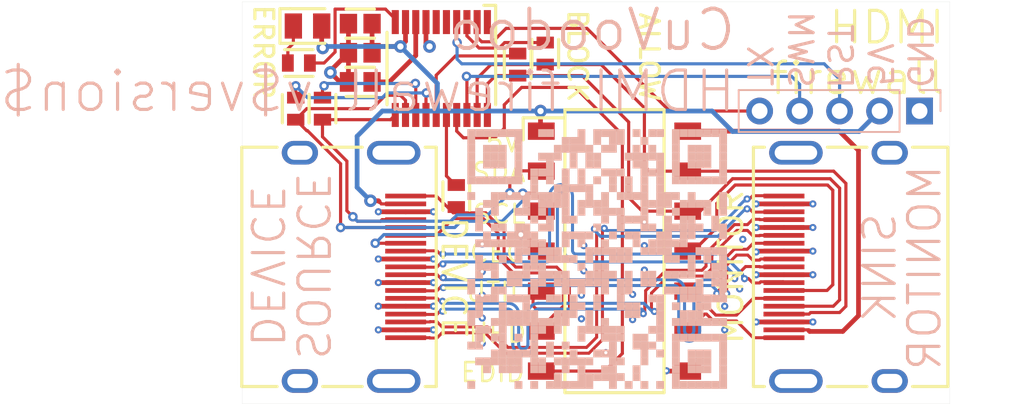
<source format=kicad_pcb>
(kicad_pcb (version 20211014) (generator pcbnew)

  (general
    (thickness 1.59)
  )

  (paper "A4")
  (title_block
    (title "HDMI firewall")
    (date "$date$")
    (rev "$version$.$revision$")
    (company "CuVoodoo")
    (comment 1 "King Kévin")
    (comment 2 "CERN-OHL-S")
  )

  (layers
    (0 "F.Cu" signal)
    (1 "In1.Cu" power)
    (2 "In2.Cu" power)
    (31 "B.Cu" signal)
    (33 "F.Adhes" user "F.Adhesive")
    (35 "F.Paste" user)
    (36 "B.SilkS" user "B.Silkscreen")
    (37 "F.SilkS" user "F.Silkscreen")
    (38 "B.Mask" user)
    (39 "F.Mask" user)
    (40 "Dwgs.User" user "User.Drawings")
    (44 "Edge.Cuts" user)
    (45 "Margin" user)
    (46 "B.CrtYd" user "B.Courtyard")
    (47 "F.CrtYd" user "F.Courtyard")
    (48 "B.Fab" user)
    (49 "F.Fab" user)
  )

  (setup
    (stackup
      (layer "F.SilkS" (type "Top Silk Screen") (color "White"))
      (layer "F.Paste" (type "Top Solder Paste"))
      (layer "F.Mask" (type "Top Solder Mask") (color "Green") (thickness 0.01))
      (layer "F.Cu" (type "copper") (thickness 0.035))
      (layer "dielectric 1" (type "core") (thickness 0.2) (material "FR4") (epsilon_r 4.6) (loss_tangent 0.02))
      (layer "In1.Cu" (type "copper") (thickness 0.0175))
      (layer "dielectric 2" (type "prepreg") (thickness 1.065) (material "FR4") (epsilon_r 4.6) (loss_tangent 0.02))
      (layer "In2.Cu" (type "copper") (thickness 0.0175))
      (layer "dielectric 3" (type "core") (thickness 0.2) (material "FR4") (epsilon_r 4.6) (loss_tangent 0.02))
      (layer "B.Cu" (type "copper") (thickness 0.035))
      (layer "B.Mask" (type "Bottom Solder Mask") (color "Green") (thickness 0.01))
      (layer "B.SilkS" (type "Bottom Silk Screen") (color "White"))
      (copper_finish "None")
      (dielectric_constraints yes)
    )
    (pad_to_mask_clearance 0)
    (pcbplotparams
      (layerselection 0x00010fc_ffffffff)
      (disableapertmacros false)
      (usegerberextensions false)
      (usegerberattributes true)
      (usegerberadvancedattributes true)
      (creategerberjobfile true)
      (svguseinch false)
      (svgprecision 6)
      (excludeedgelayer true)
      (plotframeref false)
      (viasonmask false)
      (mode 1)
      (useauxorigin false)
      (hpglpennumber 1)
      (hpglpenspeed 20)
      (hpglpendiameter 15.000000)
      (dxfpolygonmode true)
      (dxfimperialunits true)
      (dxfusepcbnewfont true)
      (psnegative false)
      (psa4output false)
      (plotreference true)
      (plotvalue true)
      (plotinvisibletext false)
      (sketchpadsonfab false)
      (subtractmaskfromsilk false)
      (outputformat 1)
      (mirror false)
      (drillshape 1)
      (scaleselection 1)
      (outputdirectory "")
    )
  )

  (net 0 "")
  (net 1 "GND")
  (net 2 "Net-(C1-Pad2)")
  (net 3 "+5V")
  (net 4 "Net-(D1-Pad1)")
  (net 5 "/D2+")
  (net 6 "/D2-")
  (net 7 "/D1+")
  (net 8 "/D1-")
  (net 9 "/D0+")
  (net 10 "/D0-")
  (net 11 "/CK+")
  (net 12 "/CK-")
  (net 13 "/CEC")
  (net 14 "/HEAC_D+")
  (net 15 "/SCL_SRC")
  (net 16 "/SDA_SRC")
  (net 17 "/HEAC_D-")
  (net 18 "Net-(J2-Pad13)")
  (net 19 "/HEAC_SNK+")
  (net 20 "/SCL_SNK")
  (net 21 "/SDA_SNK")
  (net 22 "Net-(SW1-Pad14)")
  (net 23 "/HEAC_SNK-")
  (net 24 "/RST")
  (net 25 "/SWIM")
  (net 26 "/TX")
  (net 27 "/HPD_PU")
  (net 28 "Net-(R4-Pad1)")
  (net 29 "/SDA_SRC_PU")
  (net 30 "/EDID")
  (net 31 "/SCL_SRC_PU")
  (net 32 "unconnected-(U1-Pad5)")
  (net 33 "/SCL_SNK_PU")
  (net 34 "/SDA_SNK_PU")
  (net 35 "unconnected-(U1-Pad6)")
  (net 36 "unconnected-(U1-Pad1)")

  (footprint "qeda:UC1608X55N" (layer "F.Cu") (at 67.1 61.45))

  (footprint "qeda:UC1608X55N" (layer "F.Cu") (at 52.95 64.95 180))

  (footprint "qeda:CONNECTOR_HDMI-001S" (layer "F.Cu") (at 86.5 75 -90))

  (footprint "kikit:Tab" (layer "F.Cu") (at 47.6 75))

  (footprint "qeda:CAPC1608X92N" (layer "F.Cu") (at 55.35 61.4 90))

  (footprint "qeda:SOP254P976X355-14N" (layer "F.Cu") (at 71.5 74))

  (footprint "qeda:CONNECTOR_HDMI-001S" (layer "F.Cu") (at 54 75 90))

  (footprint "qeda:LEDC2012X80N" (layer "F.Cu") (at 52 59.7 90))

  (footprint "qeda:CAPC1608X92N" (layer "F.Cu") (at 55.35 59.55 90))

  (footprint "qeda:UC1608X55N" (layer "F.Cu") (at 65.35 62.15 180))

  (footprint "qeda:UC1608X55N" (layer "F.Cu") (at 51.25 64.95 180))

  (footprint "qeda:SOP65P640X120-20N" (layer "F.Cu") (at 60.5 62.4 -90))

  (footprint "kikit:Tab" (layer "F.Cu") (at 93.05 75 180))

  (footprint "qeda:UC1608X55N" (layer "F.Cu") (at 61.45 70.5 180))

  (footprint "qeda:CAPC1608X92N" (layer "F.Cu") (at 55.35 63.25 90))

  (footprint "qeda:UC1608X55N" (layer "F.Cu") (at 51.45 62.05 -90))

  (footprint "Connector_PinSocket_2.54mm:PinSocket_1x05_P2.54mm_Vertical" (layer "B.Cu") (at 90.88 65.1 90))

  (footprint "custom:qr" (layer "B.Cu") (at 70.4 74.5 180))

  (gr_rect (start 47.85 58.15) (end 92.8 83.7) (layer "Edge.Cuts") (width 0.01) (fill none) (tstamp f0146902-4434-4b0f-b356-212cd68fedb2))
  (gr_text "TX" (at 80.7 63.65 270) (layer "B.SilkS") (tstamp 0c5f848f-0019-403a-82c9-a37b1ed1c370)
    (effects (font (size 1.5 1.5) (thickness 0.2)) (justify left mirror))
  )
  (gr_text "5V" (at 88.35 63.65 270) (layer "B.SilkS") (tstamp 1cdc715f-35da-4031-90b3-2b1ff424be14)
    (effects (font (size 1.5 1.5) (thickness 0.2)) (justify left mirror))
  )
  (gr_text "DEVICE" (at 49.4 74.95 270) (layer "B.SilkS") (tstamp 2c597ce7-f11b-4c21-aadd-c78376cd4545)
    (effects (font (size 2 2) (thickness 0.2)) (justify mirror))
  )
  (gr_text "HDMI firewall v$version$" (at 79.35 63.85) (layer "B.SilkS") (tstamp 47d2de52-f49e-423a-b420-37362595aee9)
    (effects (font (size 2.5 2.5) (thickness 0.2)) (justify left mirror))
  )
  (gr_text "RST" (at 85.8 63.8 270) (layer "B.SilkS") (tstamp 740fd393-eab6-46ac-8b63-b338c8b36286)
    (effects (font (size 1.5 1.5) (thickness 0.2)) (justify left mirror))
  )
  (gr_text "SINK" (at 88.35 75.05 90) (layer "B.SilkS") (tstamp 7cba4e0b-0649-45cd-8cb6-8dd5b80fbe60)
    (effects (font (size 2 2) (thickness 0.2)) (justify mirror))
  )
  (gr_text "GND" (at 90.88 63.77 270) (layer "B.SilkS") (tstamp 83c32e93-ec61-4fc4-bcb8-11c9d1bb60e5)
    (effects (font (size 1.5 1.5) (thickness 0.2)) (justify left mirror))
  )
  (gr_text "MONITOR" (at 91.2 75.05 90) (layer "B.SilkS") (tstamp b7a9cebd-bbc2-4903-8147-14f38735f3a2)
    (effects (font (size 2 2) (thickness 0.2)) (justify mirror))
  )
  (gr_text "CuVoodoo" (at 79.35 59.95) (layer "B.SilkS") (tstamp e33f2640-6147-4605-84c4-295ca3d1c887)
    (effects (font (size 2.5 2.5) (thickness 0.25)) (justify left mirror))
  )
  (gr_text "SWM" (at 83.3 63.75 270) (layer "B.SilkS") (tstamp ef25fc1a-2019-46ad-a259-cfd9f82b52be)
    (effects (font (size 1.5 1.5) (thickness 0.2)) (justify left mirror))
  )
  (gr_text "SOURCE" (at 52.3 74.95 270) (layer "B.SilkS") (tstamp ef4847e7-89c8-4006-8a67-c07998e5f164)
    (effects (font (size 2 2) (thickness 0.2)) (justify mirror))
  )
  (gr_text "HPD" (at 66 79.2) (layer "F.SilkS") (tstamp 2763916d-9ecc-4556-9441-121441775248)
    (effects (font (size 1.2 1.2) (thickness 0.16)) (justify right))
  )
  (gr_text "ERROR" (at 49.2 64.45 270) (layer "F.SilkS") (tstamp 497d903d-a683-4b2e-b5d4-2286f1cfcbad)
    (effects (font (size 1.2 1.2) (thickness 0.2)) (justify right))
  )
  (gr_text "EDID" (at 65.9 81.7) (layer "F.SilkS") (tstamp 4dee5168-4f51-483e-9d9a-37d92ae901ea)
    (effects (font (size 1.2 1.2) (thickness 0.16)) (justify right))
  )
  (gr_text "SDA" (at 65.95 69) (layer "F.SilkS") (tstamp 5dfa2e7f-530f-44ae-905f-bddb3d619752)
    (effects (font (size 1.2 1.2) (thickness 0.16)) (justify right))
  )
  (gr_text "MONITOR" (at 78.9 75 90) (layer "F.SilkS") (tstamp 6d59aa18-c021-422f-ad9f-81837e6c0b48)
    (effects (font (size 1.5 1.5) (thickness 0.2)))
  )
  (gr_text "BLOCK" (at 69.15 64.65 270) (layer "F.SilkS") (tstamp 83fbe59b-a59c-4098-8d1f-4a61a45b5486)
    (effects (font (size 1.2 1.2) (thickness 0.2)) (justify right))
  )
  (gr_text "SCL" (at 65.95 71.65) (layer "F.SilkS") (tstamp 89c8a35d-3c44-4e2a-86f8-0957371e37cd)
    (effects (font (size 1.2 1.2) (thickness 0.16)) (justify right))
  )
  (gr_text "UTIL" (at 65.9 76.6) (layer "F.SilkS") (tstamp 98de9a7e-656d-4135-8bd0-809035f2e3a3)
    (effects (font (size 1.2 1.2) (thickness 0.16)) (justify right))
  )
  (gr_text "HDMI\nfirewall" (at 92.6 61.4) (layer "F.SilkS") (tstamp a8ba6a4c-c8c9-43af-b001-3e1850f5f57a)
    (effects (font (size 2 2) (thickness 0.2)) (justify right))
  )
  (gr_text "CEC" (at 65.9 74.1) (layer "F.SilkS") (tstamp ad6729fb-9aa4-42bf-afee-63f6d49c5850)
    (effects (font (size 1.2 1.2) (thickness 0.16)) (justify right))
  )
  (gr_text "5V" (at 65.6 67.1) (layer "F.SilkS") (tstamp c9706b15-2062-431c-a6e4-3d87a8073382)
    (effects (font (size 1.2 1.2) (thickness 0.16)) (justify right))
  )
  (gr_text "ALLOW" (at 73.7 64.6 270) (layer "F.SilkS") (tstamp d6e6acfd-ff08-405f-83ab-b581ecd673c2)
    (effects (font (size 1.2 1.2) (thickness 0.2)) (justify right))
  )
  (gr_text "DEVICE" (at 61.3 75.7 270) (layer "F.SilkS") (tstamp fe79ef0f-61de-44d4-bd3f-a04037e674f7)
    (effects (font (size 1.5 1.5) (thickness 0.2)))
  )

  (segment (start 82.265 71) (end 80.5 71) (width 0.3) (layer "F.Cu") (net 1) (tstamp 030ef409-0b8b-4748-b7c1-c06cdcec382f))
  (segment (start 54.6 61.4) (end 53.45227 62.54773) (width 0.3) (layer "F.Cu") (net 1) (tstamp 0923a501-3332-4d74-9a1d-615f108b72f0))
  (segment (start 60 77.5) (end 58.235 77.5) (width 0.3) (layer "F.Cu") (net 1) (tstamp 13c513c0-2797-4fab-bb0b-631564f96e84))
  (segment (start 59.75 61) (end 59.525 60.775) (width 0.3) (layer "F.Cu") (net 1) (tstamp 16eca261-73f9-4613-aed1-9a83ff90830f))
  (segment (start 80.55 74) (end 80.5 74.05) (width 0.3) (layer "F.Cu") (net 1) (tstamp 199862ed-46c9-48b0-9a34-16f964f2b67c))
  (segment (start 82.265 71) (end 84.1 71) (width 0.3) (layer "F.Cu") (net 1) (tstamp 1e105fb8-f4a3-46ed-ab85-cfbb820f701a))
  (segment (start 74.82 81.62) (end 74.8 81.6) (width 0.3) (layer "F.Cu") (net 1) (tstamp 208199e5-c54a-41a6-b035-22d52b6c168a))
  (segment (start 82.265 78.5) (end 84.1 78.5) (width 0.3) (layer "F.Cu") (net 1) (tstamp 31b28111-e171-4187-9ddf-202037d12ca1))
  (segment (start 59.525 60.775) (end 59.525 59.45) (width 0.3) (layer "F.Cu") (net 1) (tstamp 3f4d465b-8f99-45ef-bd1d-306058a78e1f))
  (segment (start 82.265 75.5) (end 84.1 75.5) (width 0.3) (layer "F.Cu") (net 1) (tstamp 437cd497-cd5a-408b-83c2-96d66eaa34e9))
  (segment (start 82.265 72.5) (end 84.1 72.5) (width 0.3) (layer "F.Cu") (net 1) (tstamp 4b8b41b0-d4b5-4613-be35-772c57e0a873))
  (segment (start 82.265 74) (end 80.55 74) (width 0.3) (layer "F.Cu") (net 1) (tstamp 4c575d4c-696c-425d-9ff8-04beb7aed8cd))
  (segment (start 58.235 74.5) (end 56.5 74.5) (width 0.3) (layer "F.Cu") (net 1) (tstamp 5608f937-7766-49ea-9dcf-ba5101e43643))
  (segment (start 54.6 62.35) (end 54.6 61.4) (width 0.3) (layer "F.Cu") (net 1) (tstamp 64764f21-bed4-48d1-aeee-18e56b7724ac))
  (segment (start 76.15 81.62) (end 74.82 81.62) (width 0.3) (layer "F.Cu") (net 1) (tstamp 747073eb-53e7-442f-9534-47a84da741fb))
  (segment (start 82.265 75.5) (end 80.5 75.5) (width 0.3) (layer "F.Cu") (net 1) (tstamp 7604004b-c093-4f13-ba1c-ec520e3d57e9))
  (segment (start 80.5 78.5) (end 82.265 78.5) (width 0.3) (layer "F.Cu") (net 1) (tstamp 7defaae6-a866-44cd-a66f-77359d319367))
  (segment (start 53.45227 62.54773) (end 53.45227 62.6505) (width 0.3) (layer "F.Cu") (net 1) (tstamp 848312ed-a3d0-48e3-9769-fc432d6ac9ee))
  (segment (start 54.6 63.25) (end 54.6 62.35) (width 0.3) (layer "F.Cu") (net 1) (tstamp 9c6e3529-800f-4fc7-bd4d-e8dfb8025f43))
  (segment (start 53.45227 62.6505) (end 54.05177 63.25) (width 0.3) (layer "F.Cu") (net 1) (tstamp 9e42e302-1e7a-4d31-8355-842e0f63a38f))
  (segment (start 58.235 76) (end 56.5 76) (width 0.3) (layer "F.Cu") (net 1) (tstamp a007faf4-14b9-4ecd-b115-e2dddc697411))
  (segment (start 82.265 74) (end 84.1 74) (width 0.3) (layer "F.Cu") (net 1) (tstamp ae7bd550-8e0d-4f62-b9b7-a7df709bb3ba))
  (segment (start 58.235 71.5) (end 60 71.5) (width 0.3) (layer "F.Cu") (net 1) (tstamp b597e2cc-ba82-48ef-9f7b-8d2f14850382))
  (segment (start 58.235 77.5) (end 56.5 77.5) (width 0.3) (layer "F.Cu") (net 1) (tstamp b796e7ba-75e9-4204-bfd0-7de2ee636f1c))
  (segment (start 58.235 74.5) (end 60 74.5) (width 0.3) (layer "F.Cu") (net 1) (tstamp b8261154-629a-4363-bb06-420b6c604c2f))
  (segment (start 60 79) (end 58.235 79) (width 0.3) (layer "F.Cu") (net 1) (tstamp b909327e-a584-45b5-84ed-0ad275fbc7e2))
  (segment (start 58.235 79) (end 56.5 79) (width 0.3) (layer "F.Cu") (net 1) (tstamp c76c9861-8233-4ce5-823b-3b9b2d7ab6b6))
  (segment (start 80.5 72.5) (end 82.265 72.5) (width 0.3) (layer "F.Cu") (net 1) (tstamp d07bf469-9c65-4e19-abdc-0e9808d255b5))
  (segment (start 60 76) (end 58.235 76) (width 0.3) (layer "F.Cu") (net 1) (tstamp d5a0d335-4cc3-4ce4-b512-7d024da7957a))
  (segment (start 54.05177 63.25) (end 54.6 63.25) (width 0.3) (layer "F.Cu") (net 1) (tstamp ebe855cc-34bc-42f2-b62e-0c0a60b7b6ac))
  (segment (start 54.6 61.4) (end 54.6 59.55) (width 0.3) (layer "F.Cu") (net 1) (tstamp f85c731f-a1ea-46ef-aa7b-a38fe5bc0c71))
  (segment (start 58.235 71.5) (end 56.5 71.5) (width 0.3) (layer "F.Cu") (net 1) (tstamp fa5b9160-84c1-4398-a844-8dcce0b20d5a))
  (via (at 78.5 77.5) (size 0.45) (drill 0.2) (layers "F.Cu" "B.Cu") (free) (net 1) (tstamp 13156a3b-ca30-43a7-a050-d574dd9061e1))
  (via (at 56.5 71.5) (size 0.45) (drill 0.2) (layers "F.Cu" "B.Cu") (free) (net 1) (tstamp 1b5b5bad-4c27-4249-af50-2541dad5fa2c))
  (via (at 60 74.5) (size 0.45) (drill 0.2) (layers "F.Cu" "B.Cu") (free) (net 1) (tstamp 1c5e9f0d-68d2-4c12-a5e8-48104048e35c))
  (via (at 84.1 72.5) (size 0.45) (drill 0.2) (layers "F.Cu" "B.Cu") (free) (net 1) (tstamp 2198bf5f-4db5-402d-aeb9-b94b121b1a3b))
  (via (at 73.4 73.65) (size 0.45) (drill 0.2) (layers "F.Cu" "B.Cu") (free) (net 1) (tstamp 230b25cc-e2aa-41e0-8891-08c9246b82d6))
  (via (at 56.5 76) (size 0.45) (drill 0.2) (layers "F.Cu" "B.Cu") (free) (net 1) (tstamp 25915e41-795d-42e2-abd2-cf64c0e69c20))
  (via (at 78.5 79) (size 0.45) (drill 0.2) (layers "F.Cu" "B.Cu") (free) (net 1) (tstamp 2ef38574-8043-4097-a6fd-ae69406945f3))
  (via (at 73.4 72.15) (size 0.45) (drill 0.2) (layers "F.Cu" "B.Cu") (free) (net 1) (tstamp 311d7601-769e-4dd5-9372-55a086801313))
  (via (at 84.1 78.5) (size 0.45) (drill 0.2) (layers "F.Cu" "B.Cu") (free) (net 1) (tstamp 33799ef9-48a6-49f5-bd14-2b77e65dcf1d))
  (via (at 80.5 71) (size 0.45) (drill 0.2) (layers "F.Cu" "B.Cu") (free) (net 1) (tstamp 3df18c45-3271-407e-96f6-36c1cc3c2a8f))
  (via (at 70.95 80.45) (size 0.45) (drill 0.2) (layers "F.Cu" "B.Cu") (free) (net 1) (tstamp 49e2fa09-97e2-4d2f-aa19-0cf1a58f3c7a))
  (via (at 73.4 75.20517) (size 0.45) (drill 0.2) (layers "F.Cu" "B.Cu") (free) (net 1) (tstamp 52e50b84-bed4-4e6a-9afe-d8affbbe8324))
  (via (at 79.65 73.25) (size 0.45) (drill 0.2) (layers "F.Cu" "B.Cu") (free) (net 1) (tstamp 5ad761ca-5dda-460b-83ba-4ff93d01ab7f))
  (via (at 59.75 61) (size 0.8) (drill 0.4) (layers "F.Cu" "B.Cu") (free) (net 1) (tstamp 5afe85f4-f78a-4e0f-be10-eba839eb97a1))
  (via (at 56.5 77.5) (size 0.45) (drill 0.2) (layers "F.Cu" "B.Cu") (free) (net 1) (tstamp 5d73ed84-2da5-4113-943d-b00923919726))
  (via (at 60 79) (size 0.45) (drill 0.2) (layers "F.Cu" "B.Cu") (free) (net 1) (tstamp 60e564b8-f8ff-45bd-ad02-02ecbad1743b))
  (via (at 80.5 78.5) (size 0.45) (drill 0.2) (layers "F.Cu" "B.Cu") (free) (net 1) (tstamp 60fbf618-acc9-4b1b-9b1b-c511379d9387))
  (via (at 69.4 76.79483) (size 0.45) (drill 0.2) (layers "F.Cu" "B.Cu") (free) (net 1) (tstamp 7eaafd7e-21f6-440f-b525-a59e0522084f))
  (via (at 84.1 74) (size 0.45) (drill 0.2) (layers "F.Cu" "B.Cu") (free) (net 1) (tstamp 81d08eb9-eff3-44f2-b81a-11643210ae93))
  (via (at 63.1 73.55) (size 0.45) (drill 0.2) (layers "F.Cu" "B.Cu") (free) (net 1) (tstamp 8b15f369-8d44-420a-92b5-c5a407a299f3))
  (via (at 72.65 78.35) (size 0.45) (drill 0.2) (layers "F.Cu" "B.Cu") (free) (net 1) (tstamp 8d22862b-de61-4fb8-b9f7-aacd7849072f))
  (via (at 80.5 72.5) (size 0.45) (drill 0.2) (layers "F.Cu" "B.Cu") (free) (net 1) (tstamp 8d370db9-a62f-447f-83e6-7736291ea0c5))
  (via (at 69.55 73.65) (size 0.45) (drill 0.2) (layers "F.Cu" "B.Cu") (free) (net 1) (tstamp 8dff5c54-6793-4630-8415-f111e79951ff))
  (via (at 69.4 78.3) (size 0.45) (drill 0.2) (layers "F.Cu" "B.Cu") (free) (net 1) (tstamp 9d3e06e5-3c3f-4f9f-9eeb-1eb5d42fe85f))
  (via (at 72.65 76.75) (size 0.45) (drill 0.2) (layers "F.Cu" "B.Cu") (free) (net 1) (tstamp 9fdb9a90-712c-434a-af63-c0c7625daf38))
  (via (at 63.1 79.85) (size 0.45) (drill 0.2) (layers "F.Cu" "B.Cu") (free) (net 1) (tstamp a510673f-d202-4062-8a2b-ef224cbcc369))
  (via (at 63.1 76.8) (size 0.45) (drill 0.2) (layers "F.Cu" "B.Cu") (free) (net 1) (tstamp a7f41697-57ed-4434-893b-c2c5d3b2644d))
  (via (at 69.55 75.25) (size 0.45) (drill 0.2) (layers "F.Cu" "B.Cu") (free) (net 1) (tstamp ae5eceff-6820-4ae8-9a22-39b968883ac8))
  (via (at 56.5 74.5) (size 0.45) (drill 0.2) (layers "F.Cu" "B.Cu") (free) (net 1) (tstamp aec6c0cc-f3d8-4468-a024-36d4c392eead))
  (via (at 84.1 71) (size 0.45) (drill 0.2) (layers "F.Cu" "B.Cu") (free) (net 1) (tstamp b267e1f3-893f-4400-952a-76802bd4a6c6))
  (via (at 56.5 79) (size 0.45) (drill 0.2) (layers "F.Cu" "B.Cu") (free) (net 1) (tstamp b47714ce-d7cd-4b5d-b81c-4b0762667678))
  (via (at 60 77.5) (size 0.45) (drill 0.2) (layers "F.Cu" "B.Cu") (free) (net 1) (tstamp ba294fbe-c7a4-4d56-ae9d-5926e77ea062))
  (via (at 60 71.5) (size 0.45) (drill 0.2) (layers "F.Cu" "B.Cu") (free) (net 1) (tstamp bddc7151-0248-4511-a07e-af73a6a2f1ca))
  (via (at 84.1 75.5) (size 0.45) (drill 0.2) (layers "F.Cu" "B.Cu") (free) (net 1) (tstamp be1ce85c-d12a-41cd-8769-b083485f97e5))
  (via (at 53.45227 62.6505) (size 0.8) (drill 0.4) (layers "F.Cu" "B.Cu") (net 1) (tstamp c326ca7a-bd6c-4a24-8168-8d9a69cc4834))
  (via (at 80.5 74.05) (size 0.45) (drill 0.2) (layers "F.Cu" "B.Cu") (free) (net 1) (tstamp c3f6502e-b8d4-4645-a60f-22ebde1d6659))
  (via (at 79.45 76.4) (size 0.45) (drill 0.2) (layers "F.Cu" "B.Cu") (free) (net 1) (tstamp cc9340a7-45be-4f1e-b464-6ee8773fc97b))
  (via (at 60 76) (size 0.45) (drill 0.2) (layers "F.Cu" "B.Cu") (free) (net 1) (tstamp d521dab0-da72-440b-b930-1c6f2dcb7c45))
  (via (at 63.1 75.3) (size 0.45) (drill 0.2) (layers "F.Cu" "B.Cu") (free) (net 1) (tstamp d694ed74-4d5e-45d9-8d08-dd40bf37bae5))
  (via (at 63.1 78.25) (size 0.45) (drill 0.2) (layers "F.Cu" "B.Cu") (free) (net 1) (tstamp df853400-e04f-45ba-bd61-169414949bf4))
  (via (at 80.5 75.5) (size 0.45) (drill 0.2) (layers "F.Cu" "B.Cu") (free) (net 1) (tstamp ee679fbd-8e84-4712-b231-64c221cbec70))
  (via (at 74.8 81.6) (size 0.45) (drill 0.2) (layers "F.Cu" "B.Cu") (net 1) (tstamp f7210ace-0e6f-441b-a219-7c25cfc1a7ea))
  (segment (start 58.875 59.45) (end 58.875 61.575) (width 0.3) (layer "F.Cu") (net 2) (tstamp 01743abb-c5e0-4b79-8672-ce316df10ea1))
  (segment (start 58.875 61.575) (end 57.2 63.25) (width 0.3) (layer "F.Cu") (net 2) (tstamp 0c19d9be-ba37-40b3-a078-eb09c8f081fa))
  (segment (start 57.2 63.25) (end 56.1 63.25) (width 0.3) (layer "F.Cu") (net 2) (tstamp 7d343512-3925-45ee-b49b-f02f2128973e))
  (segment (start 56.685 71) (end 56.685 70.985) (width 0.2) (layer "F.Cu") (net 3) (tstamp 0613cd62-c856-4ec5-a99a-5da2dede3483))
  (segment (start 66.8 66.33) (end 66.85 66.38) (width 0.3) (layer "F.Cu") (net 3) (tstamp 15c3ec50-ed6e-474d-93fc-380532f86427))
  (segment (start 57.9 61) (end 58.225 60.675) (width 0.3) (layer "F.Cu") (net 3) (tstamp 40192e05-fdcb-49fe-9971-2d6b10586ca7))
  (segment (start 56.1 59.55) (end 56.1 61.4) (width 0.3) (layer "F.Cu") (net 3) (tstamp 58b72c21-b46d-4795-b794-36822a91a519))
  (segment (start 56.5 70.8) (end 56.55 70.85) (width 0.3) (layer "F.Cu") (net 3) (tstamp 84080fb2-1fc4-40b6-96c3-58f56a7750cc))
  (segment (start 66.8 65.1) (end 66.8 66.33) (width 0.3) (layer "F.Cu") (net 3) (tstamp 855ebf52-6f21-4e3c-8766-cf62a4b952a8))
  (segment (start 56 70.8) (end 56.5 70.8) (width 0.3) (layer "F.Cu") (net 3) (tstamp 95c2e0ff-4d95-450f-936f-a7441bc0dd17))
  (segment (start 52.966412 61.094344) (end 52.9 61.027932) (width 0.3) (layer "F.Cu") (net 3) (tstamp 9a8726db-b7a8-41d8-bb21-70e7a414e68d))
  (segment (start 52.9 61.027932) (end 52.9 59.7) (width 0.3) (layer "F.Cu") (net 3) (tstamp 9e60d605-b59b-451d-b313-be53ac85405c))
  (segment (start 58.235 71) (end 56.685 71) (width 0.2) (layer "F.Cu") (net 3) (tstamp b426becf-a115-4a2c-9745-bc03d795e525))
  (segment (start 56.685 70.985) (end 56.55 70.85) (width 0.2) (layer "F.Cu") (net 3) (tstamp db1674f5-b305-44f9-8f2f-c629f0009701))
  (segment (start 58.225 60.675) (end 58.225 59.45) (width 0.3) (layer "F.Cu") (net 3) (tstamp e42cf9c4-2251-48e5-a362-0f329efc5607))
  (segment (start 56.5 61) (end 56.1 61.4) (width 0.3) (layer "F.Cu") (net 3) (tstamp eb63b2ff-ce36-4f19-a974-96fc6b1fc1ce))
  (segment (start 57.9 61) (end 56.5 61) (width 0.3) (layer "F.Cu") (net 3) (tstamp ff3406b7-2c8c-4c98-af40-c7606dd15f25))
  (via (at 57.9 61) (size 0.8) (drill 0.4) (layers "F.Cu" "B.Cu") (remove_unused_layers) (net 3) (tstamp 1a8805c9-ca76-460d-b226-d86aa3bcba6e))
  (via (at 56 70.8) (size 0.8) (drill 0.4) (layers "F.Cu" "B.Cu") (remove_unused_layers) (net 3) (tstamp 67996be3-9c22-4f3b-85cf-42e16608008a))
  (via (at 52.966412 61.094344) (size 0.8) (drill 0.4) (layers "F.Cu" "B.Cu") (remove_unused_layers) (net 3) (tstamp 71a98b74-5017-4209-a3e2-f19e13df2d98))
  (via (at 66.8 65.1) (size 0.8) (drill 0.4) (layers "F.Cu" "B.Cu") (remove_unused_layers) (net 3) (tstamp c6c4f6bc-b420-494c-8c0a-2fdcb2abc42b))
  (segment (start 55.15 69.95) (end 56 70.8) (width 0.3) (layer "B.Cu") (net 3) (tstamp 1f5fa1bf-cdf3-4e0e-8265-2d4539d7c5b9))
  (segment (start 60.25 63.35) (end 60.25 65.1) (width 0.3) (layer "B.Cu") (net 3) (tstamp 2109ea1d-e3da-44d7-8875-15601dc5d38d))
  (segment (start 53.060756 61) (end 57.9 61) (width 0.3) (layer "B.Cu") (net 3) (tstamp 27d941af-f038-4cad-b7e3-7f514fa792c6))
  (segment (start 66.8 65.1) (end 77.7 65.1) (width 0.3) (layer "B.Cu") (net 3) (tstamp 283a244f-69a1-4bee-a59a-a3c1d1025378))
  (segment (start 56.75 65.1) (end 55.15 66.7) (width 0.3) (layer "B.Cu") (net 3) (tstamp 3a167542-3fb1-4bca-8a11-896e4daabe7c))
  (segment (start 57.9 61) (end 60.25 63.35) (width 0.3) (layer "B.Cu") (net 3) (tstamp 4deaae67-8334-4fc0-99f8-587f5dc2689a))
  (segment (start 60.25 65.1) (end 66.8 65.1) (width 0.3) (layer "B.Cu") (net 3) (tstamp 6385dcc3-0dc5-4b5e-93ae-3113667e177b))
  (segment (start 87.04 66.4) (end 88.34 65.1) (width 0.3) (layer "B.Cu") (net 3) (tstamp a065b7ca-86af-4cfa-a19c-15ddcb0cd39e))
  (segment (start 60.25 65.1) (end 56.75 65.1) (width 0.3) (layer "B.Cu") (net 3) (tstamp ae15a194-d11b-4315-89d0-697a34fd1fd5))
  (segment (start 77.7 65.1) (end 79 66.4) (width 0.3) (layer "B.Cu") (net 3) (tstamp b5902621-55d4-45e9-8fa6-43b4e8e2033f))
  (segment (start 55.15 66.7) (end 55.15 69.95) (width 0.3) (layer "B.Cu") (net 3) (tstamp d7f2381b-20a2-4671-9536-190d9e5ee1c9))
  (segment (start 79 66.4) (end 87.04 66.4) (width 0.3) (layer "B.Cu") (net 3) (tstamp dba1dea2-f586-44ed-bd53-3a703895fb5e))
  (segment (start 52.966412 61.094344) (end 53.060756 61) (width 0.3) (layer "B.Cu") (net 3) (tstamp dc3fffdd-c875-4789-a87b-ffbec869f2c3))
  (segment (start 50.75 61.15) (end 50.75 62.05) (width 0.2) (layer "F.Cu") (net 4) (tstamp 55ad65a7-cf28-445f-a559-6c093d115e1b))
  (segment (start 51.1 59.7) (end 51.1 60.8) (width 0.2) (layer "F.Cu") (net 4) (tstamp 7f37687c-2abf-4736-9b0d-0a8b6b07c9c1))
  (segment (start 51.1 60.8) (end 50.75 61.15) (width 0.2) (layer "F.Cu") (net 4) (tstamp 90398640-d723-4646-acbb-14623473de84))
  (segment (start 81.115 70.5) (end 81.094115 70.479115) (width 0.19177) (layer "F.Cu") (net 5) (tstamp 061885af-3b9e-4f08-ade6-dedf770b373f))
  (segment (start 69.876541 80.484785) (end 64.573459 80.484785) (width 0.19177) (layer "F.Cu") (net 5) (tstamp 0af4a12d-a7f2-44d8-aade-f1f9bb6e9c9c))
  (segment (start 59.763357 79.5) (end 58.235 79.5) (width 0.19177) (layer "F.Cu") (net 5) (tstamp 2926282b-fec0-4ea1-818a-eea151f709cd))
  (segment (start 64.573459 80.484785) (end 63.273459 79.184785) (width 0.19177) (layer "F.Cu") (net 5) (tstamp 34d3efab-f6d6-41dc-93da-e766db6a4c94))
  (segment (start 60.215758 79.520885) (end 59.784242 79.520885) (width 0.19177) (layer "F.Cu") (net 5) (tstamp 3b882fb6-d513-4f1b-a0df-969fa7b1824f))
  (segment (start 80.001313 70.762043) (end 79.92537 70.6861) (width 0.19177) (layer "F.Cu") (net 5) (tstamp 3cef9169-0ea5-437f-baf5-3291dc806823))
  (segment (start 63.273459 79.184785) (end 60.551858 79.184785) (width 0.19177) (layer "F.Cu") (net 5) (tstamp 40fd4afb-5608-48e3-8050-ff92fe874c23))
  (segment (start 60.551858 79.184785) (end 60.215758 79.520885) (width 0.19177) (layer "F.Cu") (net 5) (tstamp 4903ce85-4786-4bc4-a873-bab1fe3abc46))
  (segment (start 70.734785 79.626541) (end 69.876541 80.484785) (width 0.19177) (layer "F.Cu") (net 5) (tstamp 58b642fb-5c53-4374-9137-9932be170e4b))
  (segment (start 80.284242 70.479115) (end 80.001313 70.762043) (width 0.19177) (layer "F.Cu") (net 5) (tstamp 6ae0661f-a6ea-457c-919b-91a8cd2d0db0))
  (segment (start 70.734785 72.66703) (end 70.734785 79.626541) (width 0.19177) (layer "F.Cu") (net 5) (tstamp 7d973f9e-3b25-4d7f-afb9-43d562de4493))
  (segment (start 82.265 70.5) (end 81.115 70.5) (width 0.19177) (layer "F.Cu") (net 5) (tstamp d3e3f7b7-20fe-4acb-b72c-b08208f4c365))
  (segment (start 59.784242 79.520885) (end 59.763357 79.5) (width 0.19177) (layer "F.Cu") (net 5) (tstamp db56bbd9-46a6-489d-8ee8-a69e67d6b668))
  (segment (start 81.094115 70.479115) (end 80.284242 70.479115) (width 0.19177) (layer "F.Cu") (net 5) (tstamp e1d1c852-9615-4e57-9294-bb02979a3a37))
  (segment (start 70.85 72.551815) (end 70.734785 72.66703) (width 0.19177) (layer "F.Cu") (net 5) (tstamp e2dddfee-8122-4792-b338-51e11f6387a1))
  (via (at 70.85 72.551815) (size 0.45) (drill 0.2) (layers "F.Cu" "B.Cu") (remove_unused_layers) (net 5) (tstamp 2ff4cd78-684a-4963-aea1-bc332d491c08))
  (via (at 79.92537 70.6861) (size 0.45) (drill 0.2) (layers "F.Cu" "B.Cu") (remove_unused_layers) (net 5) (tstamp e8c26f87-bb4e-4135-8dd2-c9b0ddffc1cd))
  (segment (start 70.989528 72.691343) (end 77.920127 72.691343) (width 0.19177) (layer "B.Cu") (net 5) (tstamp 0e958c1f-6f72-4ac7-bfe1-ccedfcc0dc77))
  (segment (start 79.426685 71.184785) (end 79.426685 71.107337) (width 0.19177) (layer "B.Cu") (net 5) (tstamp 4a840e44-cfaf-47fa-ae3d-422c3c883f14))
  (segment (start 79.426685 71.107337) (end 79.718807 70.815215) (width 0.19177) (layer "B.Cu") (net 5) (tstamp 8321ac20-105a-43e6-a131-b6e944488df3))
  (segment (start 70.85 72.551815) (end 70.989528 72.691343) (width 0.19177) (layer "B.Cu") (net 5) (tstamp 8c612494-1d82-4003-bc51-5f15e4349a07))
  (segment (start 79.718807 70.815215) (end 79.796255 70.815215) (width 0.19177) (layer "B.Cu") (net 5) (tstamp ada04b02-0bec-4595-85b5-6c2a53b27ceb))
  (segment (start 79.796255 70.815215) (end 79.92537 70.6861) (width 0.19177) (layer "B.Cu") (net 5) (tstamp cb55d9a9-4df1-4732-a8ac-45e4bfb52796))
  (segment (start 77.920127 72.691343) (end 79.426685 71.184785) (width 0.19177) (layer "B.Cu") (net 5) (tstamp fe3fb280-dfba-4049-9cf0-ca2c964bd92b))
  (segment (start 70.365215 72.733522) (end 70.365215 79.473459) (width 0.19177) (layer "F.Cu") (net 6) (tstamp 04065fbb-2100-4542-a28a-f9a554ac7244))
  (segment (start 63.426541 78.815215) (end 60.551858 78.815215) (width 0.19177) (layer "F.Cu") (net 6) (tstamp 21a55ecb-6384-4a5f-a3f9-302e035f65a9))
  (segment (start 81.094115 71.520885) (end 80.284242 71.520885) (width 0.19177) (layer "F.Cu") (net 6) (tstamp 417bc1d1-f8f9-44dd-ad1d-96f0f7d9a780))
  (segment (start 69.723459 80.115215) (end 64.726541 80.115215) (width 0.19177) (layer "F.Cu") (net 6) (tstamp 433a3dec-ebe2-4aba-8230-7ad4ab751b59))
  (segment (start 64.726541 80.115215) (end 63.426541 78.815215) (width 0.19177) (layer "F.Cu") (net 6) (tstamp 5a4980ca-67c4-42dd-a907-1b22e8ed8c95))
  (segment (start 60.551858 78.815215) (end 60.215758 78.479115) (width 0.19177) (layer "F.Cu") (net 6) (tstamp 63c548c3-a266-4001-bd4d-d82dfe9855f1))
  (segment (start 80.001313 71.237957) (end 79.92537 71.3139) (width 0.19177) (layer "F.Cu") (net 6) (tstamp 6b88964b-5ab3-4fb8-aa6e-b68486660854))
  (segment (start 59.784242 78.479115) (end 59.763357 78.5) (width 0.19177) (layer "F.Cu") (net 6) (tstamp 750e2af6-d27d-4ada-8648-4d6dd65bae19))
  (segment (start 59.763357 78.5) (end 58.235 78.5) (width 0.19177) (layer "F.Cu") (net 6) (tstamp 7e15b7d2-a23b-4a59-b8ae-66780304e9dc))
  (segment (start 82.265 71.5) (end 81.115 71.5) (width 0.19177) (layer "F.Cu") (net 6) (tstamp b997d9dd-b60b-48d8-875a-0858a7935247))
  (segment (start 81.115 71.5) (end 81.094115 71.520885) (width 0.19177) (layer "F.Cu") (net 6) (tstamp bfb50136-bae8-4ed7-9fac-52a492fe114d))
  (segment (start 60.215758 78.479115) (end 59.784242 78.479115) (width 0.19177) (layer "F.Cu") (net 6) (tstamp cd9c3862-c2db-470e-844d-65f6815d50d1))
  (segment (start 70.224006 72.592313) (end 70.365215 72.733522) (width 0.19177) (layer "F.Cu") (net 6) (tstamp e31d45e6-9664-4606-8d17-87d660ba3a17))
  (segment (start 70.365215 79.473459) (end 69.723459 80.115215) (width 0.19177) (layer "F.Cu") (net 6) (tstamp ecf8f165-3c6f-43d9-a50b-4f93049ef9ff))
  (segment (start 80.284242 71.520885) (end 80.001313 71.237957) (width 0.19177) (layer "F.Cu") (net 6) (tstamp f009187c-c5fd-412f-b0df-fe7d727684c0))
  (via (at 70.224006 72.592313) (size 0.45) (drill 0.2) (layers "F.Cu" "B.Cu") (remove_unused_layers) (net 6) (tstamp 237bd0dd-5d07-48b2-a3c0-bc92b4c12792))
  (via (at 79.92537 71.3139) (size 0.45) (drill 0.2) (layers "F.Cu" "B.Cu") (remove_unused_layers) (net 6) (tstamp e6c710b6-c1d5-46d4-8851-fcf748e2765c))
  (segment (start 70.224006 72.674006) (end 70.610913 73.060913) (width 0.19177) (layer "B.Cu") (net 6) (tstamp 323bde82-12ff-425a-97f4-15f8ae5d2b90))
  (segment (start 79.82022 71.3139) (end 79.92537 71.3139) (width 0.19177) (layer "B.Cu") (net 6) (tstamp 3b9d9266-7002-4dd3-8b38-744c81e79f13))
  (segment (start 70.610913 73.060913) (end 78.073207 73.060913) (width 0.19177) (layer "B.Cu") (net 6) (tstamp 45560172-7d91-4790-ad88-672540757589))
  (segment (start 78.073207 73.060913) (end 79.82022 71.3139) (width 0.19177) (layer "B.Cu") (net 6) (tstamp 4bc8c2da-4356-4fc5-9b5c-2a05b6ed5ae0))
  (segment (start 70.224006 72.592313) (end 70.224006 72.674006) (width 0.19177) (layer "B.Cu") (net 6) (tstamp a41d0a09-b559-4210-97f3-ace09e8b57df))
  (segment (start 77.057368 75.215215) (end 77.315215 74.957368) (width 0.19177) (layer "F.Cu") (net 7) (tstamp 03fe0f21-3ec2-45ea-a785-a15fd7b1e5e5))
  (segment (start 80.284242 71.979115) (end 80.715758 71.979115) (width 0.19177) (layer "F.Cu") (net 7) (tstamp 0d525c20-f83f-410f-9d77-16f3f67e61e1))
  (segment (start 80.715758 71.979115) (end 80.736643 72) (width 0.19177) (layer "F.Cu") (net 7) (tstamp 17e4684c-3729-4c2c-af8f-737a65d53c76))
  (segment (start 73.336271 77.971607) (end 73.423276 77.884602) (width 0.19177) (layer "F.Cu") (net 7) (tstamp 2346da15-8fa1-4f92-b337-e4f25a9d97ec))
  (segment (start 77.315215 74.123459) (end 79.123459 72.315215) (width 0.19177) (layer "F.Cu") (net 7) (tstamp 2658e8a2-52e1-4c3c-82bd-780938abc4f3))
  (segment (start 74.773459 75.215215) (end 77.057368 75.215215) (width 0.19177) (layer "F.Cu") (net 7) (tstamp 31bde03b-41a7-4f64-89a6-2535d2c1b7cf))
  (segment (start 73.423276 77.884602) (end 73.423276 77.471476) (width 0.19177) (layer "F.Cu") (net 7) (tstamp 5ea5ad1b-03d1-4d30-ba3e-1e1b94851399))
  (segment (start 73.423276 77.471476) (end 73.478039 77.416713) (width 0.19177) (layer "F.Cu") (net 7) (tstamp 5fd0963f-4501-49bc-bb14-6bcff965727b))
  (segment (start 73.478039 77.416713) (end 73.478039 76.510635) (width 0.19177) (layer "F.Cu") (net 7) (tstamp 6b8464a6-a21e-4684-a601-fd9311a6ba2a))
  (segment (start 73.478039 76.510635) (end 74.773459 75.215215) (width 0.19177) (layer "F.Cu") (net 7) (tstamp 6bcf0c70-b35d-4a7c-96b6-8fcb454b1037))
  (segment (start 59.405885 78.020885) (end 60.215758 78.020885) (width 0.19177) (layer "F.Cu") (net 7) (tstamp 6d90372d-28c2-49d2-8d66-428ad14511fe))
  (segment (start 80.736643 72) (end 82.265 72) (width 0.19177) (layer "F.Cu") (net 7) (tstamp 88f5cbbf-bae2-49e5-aff5-7e7891167995))
  (segment (start 73.328393 77.971607) (end 73.336271 77.971607) (width 0.19177) (layer "F.Cu") (net 7) (tstamp 968875b7-289f-48db-9c97-92c733b65c24))
  (segment (start 79.123459 72.315215) (end 79.948142 72.315215) (width 0.19177) (layer "F.Cu") (net 7) (tstamp 9e66cbdd-e855-416a-bdb1-6096170f0e4d))
  (segment (start 77.315215 74.957368) (end 77.315215 74.123459) (width 0.19177) (layer "F.Cu") (net 7) (tstamp bc2a6643-d970-471f-80f1-68e81d31d963))
  (segment (start 60.498687 77.737957) (end 60.57463 77.8139) (width 0.19177) (layer "F.Cu") (net 7) (tstamp c4a0fdbe-a334-4fa3-9084-06bd902cfc17))
  (segment (start 60.215758 78.020885) (end 60.498687 77.737957) (width 0.19177) (layer "F.Cu") (net 7) (tstamp e4785bfb-f742-4cd3-985b-e32af39345ac))
  (segment (start 59.385 78) (end 59.405885 78.020885) (width 0.19177) (layer "F.Cu") (net 7) (tstamp eddb341c-d07c-49fc-adf4-0230ee37625a))
  (segment (start 58.235 78) (end 59.385 78) (width 0.19177) (layer "F.Cu") (net 7) (tstamp ee7bbba4-fb79-4f36-a037-0ae2f86f6d45))
  (segment (start 79.948142 72.315215) (end 80.284242 71.979115) (width 0.19177) (layer "F.Cu") (net 7) (tstamp f02198e2-7f67-489f-8720-4dc8848fb06b))
  (via (at 60.57463 77.8139) (size 0.45) (drill 0.2) (layers "F.Cu" "B.Cu") (remove_unused_layers) (net 7) (tstamp b9a48502-4f34-4200-87e2-511260a13338))
  (via (at 73.328393 77.971607) (size 0.45) (drill 0.2) (layers "F.Cu" "B.Cu") (remove_unused_layers) (net 7) (tstamp cc5d8d79-5f33-47a7-bd61-772d5216b197))
  (segment (start 73.328393 77.789719) (end 73.223459 77.684785) (width 0.19177) (layer "B.Cu") (net 7) (tstamp 32d71a19-4de5-4000-945b-6b7e9b5a3117))
  (segment (start 60.703745 77.684785) (end 60.57463 77.8139) (width 0.19177) (layer "B.Cu") (net 7) (tstamp 3835eac9-3b33-4b5f-be69-d4695802596b))
  (segment (start 64.479917 77.684785) (end 60.703745 77.684785) (width 0.19177) (layer "B.Cu") (net 7) (tstamp 3b54511e-bbd6-42dc-9d49-274e6693b358))
  (segment (start 64.745215 77.684785) (end 64.479917 77.684785) (width 0.19177) (layer "B.Cu") (net 7) (tstamp 4269e2d8-4a9d-4129-9f85-1ce9fe11c26d))
  (segment (start 73.223459 77.684785) (end 66.665215 77.684785) (width 0.19177) (layer "B.Cu") (net 7) (tstamp 619dbb34-7d1c-46d9-a096-37e3a905823c))
  (segment (start 66.37 77.98) (end 66.37 79.912144) (width 0.19177) (layer "B.Cu") (net 7) (tstamp a7049c90-3786-44fa-9a70-fff30d56db43))
  (segment (start 65.04043 79.912144) (end 65.04043 77.98) (width 0.19177) (layer "B.Cu") (net 7) (tstamp be54c8f0-9e8e-4d8b-9e28-8463217fcfbe))
  (segment (start 73.328393 77.971607) (end 73.328393 77.789719) (width 0.19177) (layer "B.Cu") (net 7) (tstamp c52fb103-f173-4497-894e-fa54c54c2eab))
  (arc (start 66.665215 77.684785) (mid 66.456466 77.771251) (end 66.37 77.98) (width 0.19177) (layer "B.Cu") (net 7) (tstamp 3f8c10fb-1202-4496-8ebe-f757facb368a))
  (arc (start 65.04043 77.98) (mid 64.953964 77.771251) (end 64.745215 77.684785) (width 0.19177) (layer "B.Cu") (net 7) (tstamp 4c5d4a32-764a-44fe-99c8-c77b8adc4003))
  (arc (start 65.705215 80.576929) (mid 65.235141 80.382218) (end 65.04043 79.912144) (width 0.19177) (layer "B.Cu") (net 7) (tstamp ce8fd053-53dd-42e9-aa2e-3b1ec8ab1601))
  (arc (start 66.37 79.912144) (mid 66.175289 80.382218) (end 65.705215 80.576929) (width 0.19177) (layer "B.Cu") (net 7) (tstamp e88b1e4c-f783-4151-8ebf-c6c7fb2549fe))
  (segment (start 77.684785 74.276541) (end 79.276541 72.684785) (width 0.19177) (layer "F.Cu") (net 8) (tstamp 004c6dfd-c7d7-4c1f-a75f-9fc6f31787c2))
  (segment (start 77.684785 75.110448) (end 77.684785 74.276541) (width 0.19177) (layer "F.Cu") (net 8) (tstamp 077b16ee-9684-4973-b0ce-9d4aba6761d8))
  (segment (start 74.926541 75.584785) (end 77.210448 75.584785) (width 0.19177) (layer "F.Cu") (net 8) (tstamp 0e2f8aee-47ac-4df2-8def-550d02a0a1b2))
  (segment (start 79.276541 72.684785) (end 79.948142 72.684785) (width 0.19177) (layer "F.Cu") (net 8) (tstamp 21f01d01-1e14-4ddc-aa02-8db8a5212fbe))
  (segment (start 59.385 77) (end 59.405885 76.979115) (width 0.19177) (layer "F.Cu") (net 8) (tstamp 2bae00e7-fffd-4401-a7bc-12588b741fc2))
  (segment (start 80.736643 73) (end 82.265 73) (width 0.19177) (layer "F.Cu") (net 8) (tstamp 37106255-0548-414e-9d77-55445791b9b4))
  (segment (start 60.215758 76.979115) (end 60.498687 77.262043) (width 0.19177) (layer "F.Cu") (net 8) (tstamp 4d6550e7-5d53-4cab-93eb-6464f6be3580))
  (segment (start 80.715758 73.020885) (end 80.736643 73) (width 0.19177) (layer "F.Cu") (net 8) (tstamp 5377e93f-120b-4bbb-b2c1-7a45d2cce057))
  (segment (start 80.284242 73.020885) (end 80.715758 73.020885) (width 0.19177) (layer "F.Cu") (net 8) (tstamp 589512e8-6bdf-45d5-b897-d1d11aa92c4d))
  (segment (start 59.405885 76.979115) (end 60.215758 76.979115) (width 0.19177) (layer "F.Cu") (net 8) (tstamp 5cf81ca1-2204-42ea-9e6a-852f97a91cee))
  (segment (start 79.948142 72.684785) (end 80.284242 73.020885) (width 0.19177) (layer "F.Cu") (net 8) (tstamp 8379c84a-ab97-4544-b050-0b25b1101dc2))
  (segment (start 74.034356 77.832099) (end 73.847609 77.645352) (width 0.19177) (layer "F.Cu") (net 8) (tstamp 8392d656-ccdc-40ca-8b8e-c91003278f71))
  (segment (start 58.235 77) (end 59.385 77) (width 0.19177) (layer "F.Cu") (net 8) (tstamp a8637034-3cdd-43d3-80bf-7b49f8069312))
  (segment (start 73.847609 77.645352) (end 73.847609 76.663717) (width 0.19177) (layer "F.Cu") (net 8) (tstamp c001d4f9-d079-4b4b-a2a5-664b0f01ff07))
  (segment (start 73.847609 76.663717) (end 74.926541 75.584785) (width 0.19177) (layer "F.Cu") (net 8) (tstamp c2fc378b-1092-4a26-a415-8d57f27e2322))
  (segment (start 60.498687 77.262043) (end 60.57463 77.1861) (width 0.19177) (layer "F.Cu") (net 8) (tstamp d142606d-af1e-46ce-bd27-e09ee2d32f5e))
  (segment (start 77.210448 75.584785) (end 77.684785 75.110448) (width 0.19177) (layer "F.Cu") (net 8) (tstamp db439660-8405-4b22-bc53-f4a1f0c10636))
  (via (at 60.57463 77.1861) (size 0.45) (drill 0.2) (layers "F.Cu" "B.Cu") (remove_unused_layers) (net 8) (tstamp 3061527d-2918-40d5-9611-45d52a46f4fd))
  (via (at 74.034356 77.832099) (size 0.45) (drill 0.2) (layers "F.Cu" "B.Cu") (remove_unused_layers) (net 8) (tstamp e86a957f-1a15-4738-abbb-fc92f170cba8))
  (segment (start 66.00043 77.98) (end 66.00043 79.912144) (width 0.19177) (layer "B.Cu") (net 8) (tstamp 1882dcc4-6d77-46bf-bd19-d5dffea51d74))
  (segment (start 60.703745 77.315215) (end 60.57463 77.1861) (width 0.19177) (layer "B.Cu") (net 8) (tstamp 53359bc0-44c4-4134-82dc-0204cf1a2964))
  (segment (start 65.41 79.912144) (end 65.41 77.98) (width 0.19177) (layer "B.Cu") (net 8) (tstamp 56ea9dfb-8af8-41f1-9704-4c1896ecbe20))
  (segment (start 74.034356 77.832099) (end 73.893425 77.832099) (width 0.19177) (layer "B.Cu") (net 8) (tstamp 5bcb4109-767d-4347-bdeb-9fa55fd6d852))
  (segment (start 73.376541 77.315215) (end 66.665215 77.315215) (width 0.19177) (layer "B.Cu") (net 8) (tstamp 7fc52f75-4c83-4ac6-a13a-13d9244639ca))
  (segment (start 73.893425 77.832099) (end 73.376541 77.315215) (width 0.19177) (layer "B.Cu") (net 8) (tstamp 9403e338-9884-42fd-bf44-dde6465bf104))
  (segment (start 64.479917 77.315215) (end 60.703745 77.315215) (width 0.19177) (layer "B.Cu") (net 8) (tstamp a1da0c74-b26b-4b0c-b3db-c8fe90f1f114))
  (segment (start 64.745215 77.315215) (end 64.479917 77.315215) (width 0.19177) (layer "B.Cu") (net 8) (tstamp b1d4603a-c40d-4507-8dc9-2b5a2ec30a1b))
  (arc (start 65.41 77.98) (mid 65.215289 77.509926) (end 64.745215 77.315215) (width 0.19177) (layer "B.Cu") (net 8) (tstamp 22a800eb-1f76-4646-9512-5ba06307355a))
  (arc (start 66.665215 77.315215) (mid 66.195141 77.509926) (end 66.00043 77.98) (width 0.19177) (layer "B.Cu") (net 8) (tstamp 782f8765-2bd6-4df0-8af3-b3d4cfa3e434))
  (arc (start 66.00043 79.912144) (mid 65.913964 80.120893) (end 65.705215 80.207359) (width 0.19177) (layer "B.Cu") (net 8) (tstamp 91a8c2f7-79a8-40c1-b86c-1be0dc4113af))
  (arc (start 65.705215 80.207359) (mid 65.496466 80.120893) (end 65.41 79.912144) (width 0.19177) (layer "B.Cu") (net 8) (tstamp a3d97c64-5b89-4d9d-9eb0-216fcba23202))
  (segment (start 80.314999 73.5) (end 80.285884 73.529115) (width 0.19177) (layer "F.Cu") (net 9) (tstamp 0e38a5cb-798f-422b-ba89-4a39f2227d09))
  (segment (start 78.000204 76.626969) (end 78.000204 76.691083) (width 0.19177) (layer "F.Cu") (net 9) (tstamp 550bbcc9-a429-41c4-ac3f-29200b812e4c))
  (segment (start 78.25778 76.369393) (end 78.000204 76.626969) (width 0.19177) (layer "F.Cu") (net 9) (tstamp 55590aab-edd6-4b7a-988a-cbb2dde738ec))
  (segment (start 58.235 76.5) (end 59.385 76.5) (width 0.19177) (layer "F.Cu") (net 9) (tstamp 59126b46-f013-44bb-9ac4-2e3c3c673cb4))
  (segment (start 79.932927 73.88043) (end 79.108246 73.88043) (width 0.19177) (layer "F.Cu") (net 9) (tstamp 5e352bc0-aee7-4042-b281-ceb524c10e71))
  (segment (start 59.385 76.5) (end 59.405885 76.520885) (width 0.19177) (layer "F.Cu") (net 9) (tstamp 6dbab412-4f5d-4108-b3fc-b4d454617a4c))
  (segment (start 60.215758 76.520885) (end 60.520885 76.215758) (width 0.19177) (layer "F.Cu") (net 9) (tstamp 76816d0c-15e0-4c69-b269-34e87f8a89aa))
  (segment (start 79.108246 73.88043) (end 78.25778 74.730896) (width 0.19177) (layer "F.Cu") (net 9) (tstamp 7ade9fdb-24bf-4522-96e5-476c5949d2b5))
  (segment (start 82.265 73.5) (end 80.314999 73.5) (width 0.19177) (layer "F.Cu") (net 9) (tstamp 7eb29a3e-0d3d-4ffe-b73f-62d29cd70fa8))
  (segment (start 59.405885 76.520885) (end 60.215758 76.520885) (width 0.19177) (layer "F.Cu") (net 9) (tstamp 8cdb65d8-80e3-4e4c-9bd2-caca434cf8ac))
  (segment (start 80.284242 73.529115) (end 79.932927 73.88043) (width 0.19177) (layer "F.Cu") (net 9) (tstamp 9c7e0a94-f308-42d4-90be-ae9b31836db5))
  (segment (start 60.520885 76.210993) (end 60.623792 76.3139) (width 0.19177) (layer "F.Cu") (net 9) (tstamp a5ca84e7-d4a6-4ed0-81cc-c538125d958e))
  (segment (start 80.285884 73.529115) (end 80.284242 73.529115) (width 0.19177) (layer "F.Cu") (net 9) (tstamp ad68e4d9-ca9b-47f9-8adf-c28f76addc58))
  (segment (start 78.25778 74.730896) (end 78.25778 76.369393) (width 0.19177) (layer "F.Cu") (net 9) (tstamp ca1ad1c8-4bca-43a8-8f33-c82400c6e8e3))
  (segment (start 60.520885 76.215758) (end 60.520885 76.210993) (width 0.19177) (layer "F.Cu") (net 9) (tstamp f2f97883-b5e3-46c0-bd5d-8345c605adbd))
  (via (at 78.000204 76.691083) (size 0.45) (drill 0.2) (layers "F.Cu" "B.Cu") (remove_unused_layers) (net 9) (tstamp 1b74179a-5a2e-495d-adab-76b3a11d02e0))
  (via (at 60.623792 76.3139) (size 0.45) (drill 0.2) (layers "F.Cu" "B.Cu") (remove_unused_layers) (net 9) (tstamp 80c525d0-afa5-4508-b904-fa5219598218))
  (segment (start 76.90957 79.054044) (end 76.90957 76.48) (width 0.19177) (layer "B.Cu") (net 9) (tstamp 85d2b894-6d02-41af-a116-3bdafe9ce5fe))
  (segment (start 60.623792 76.3139) (end 60.752907 76.184785) (width 0.19177) (layer "B.Cu") (net 9) (tstamp bf0d5265-1ddd-450f-8a5d-999fb061118b))
  (segment (start 75.58 76.48) (end 75.58 79.054044) (width 0.19177) (layer "B.Cu") (net 9) (tstamp c4e105a6-9d24-4f84-86ad-366e7da5e76c))
  (segment (start 77.204785 76.184785) (end 77.676502 76.184785) (width 0.19177) (layer "B.Cu") (net 9) (tstamp d05a2853-ec61-4ce7-9942-9a8e3a8e1bcf))
  (segment (start 78.000204 76.508487) (end 78.000204 76.691083) (width 0.19177) (layer "B.Cu") (net 9) (tstamp dfc43358-074e-4b05-9248-1de49891ed58))
  (segment (start 60.752907 76.184785) (end 75.284785 76.184785) (width 0.19177) (layer "B.Cu") (net 9) (tstamp ed1bc214-68d3-4a38-b351-d85b1a9f6740))
  (segment (start 77.676502 76.184785) (end 78.000204 76.508487) (width 0.19177) (layer "B.Cu") (net 9) (tstamp f301f731-8cf9-49f8-a06b-07bc2e313f4e))
  (arc (start 76.244785 79.718829) (mid 76.714859 79.524118) (end 76.90957 79.054044) (width 0.19177) (layer "B.Cu") (net 9) (tstamp 24e990f2-cd29-4a70-8c66-68dc291742e3))
  (arc (start 75.284785 76.184785) (mid 75.493534 76.271251) (end 75.58 76.48) (width 0.19177) (layer "B.Cu") (net 9) (tstamp 6ffe3892-dd4f-46ba-993f-78576ef11870))
  (arc (start 76.90957 76.48) (mid 76.996036 76.271251) (end 77.204785 76.184785) (width 0.19177) (layer "B.Cu") (net 9) (tstamp 797664fd-af84-44e0-97ea-d987cf7eea98))
  (arc (start 75.58 79.054044) (mid 75.774711 79.524118) (end 76.244785 79.718829) (width 0.19177) (layer "B.Cu") (net 9) (tstamp a2f2b793-9750-40c3-99ef-61e958c0a131))
  (segment (start 80.284242 74.570885) (end 79.963357 74.25) (width 0.19177) (layer "F.Cu") (net 10) (tstamp 0dbbe0ee-3e97-47af-87b8-08d3733409de))
  (segment (start 79.261326 74.25) (end 78.62735 74.883976) (width 0.19177) (layer "F.Cu") (net 10) (tstamp 0e4f5bdb-f6dd-4fbf-b853-d9142db8194e))
  (segment (start 60.520885 75.789007) (end 60.623792 75.6861) (width 0.19177) (layer "F.Cu") (net 10) (tstamp 19585a54-b7c5-4674-b3ee-7be7da9fa430))
  (segment (start 82.265 74.5) (end 80.786643 74.5) (width 0.19177) (layer "F.Cu") (net 10) (tstamp 2b5d45ca-d53a-499a-a27a-65a5e3f4e659))
  (segment (start 58.235 75.5) (end 59.385 75.5) (width 0.19177) (layer "F.Cu") (net 10) (tstamp 30b95704-5b56-4f9c-82ff-2902a854137a))
  (segment (start 59.385 75.5) (end 59.405885 75.479115) (width 0.19177) (layer "F.Cu") (net 10) (tstamp 3f890c0b-fc25-417c-9062-5320908bec08))
  (segment (start 79.963357 74.25) (end 79.261326 74.25) (width 0.19177) (layer "F.Cu") (net 10) (tstamp 4feddba2-60b6-484e-8cf8-555a726360bc))
  (segment (start 60.215758 75.479115) (e
... [257664 chars truncated]
</source>
